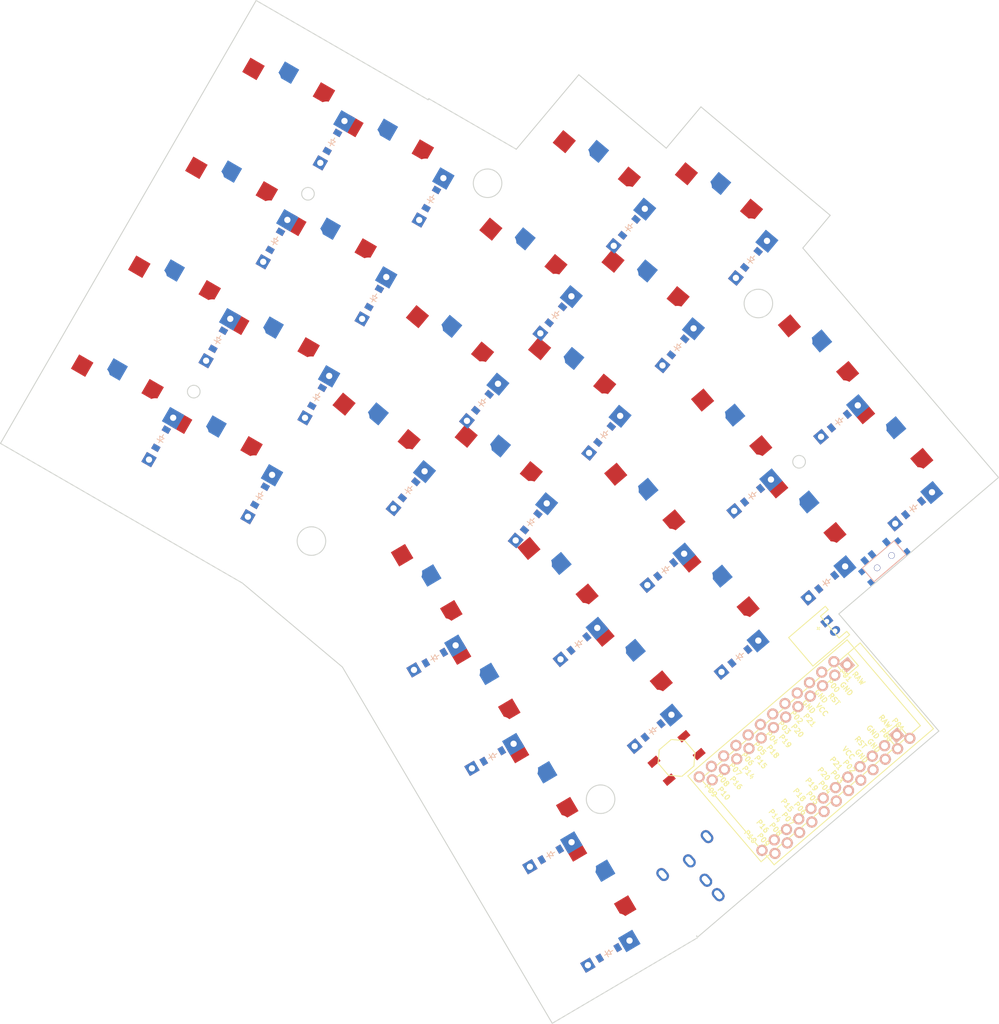
<source format=kicad_pcb>
(kicad_pcb (version 20211014) (generator pcbnew)
  (title_block (title "main") (rev "v1.0.0") (company "Unknown"))
  (layers (0 "F.Cu" signal) (31 "B.Cu" signal) (34 "B.Paste" user) (35 "F.Paste" user) (36 "B.SilkS" user "B.Silkscreen") (37 "F.SilkS" user "F.Silkscreen") (38 "B.Mask" user) (39 "F.Mask" user) (44 "Edge.Cuts" user))
  (net 0 "")
  (net 1 "outer_bottom")
  (net 2 "P1")
  (net 3 "P10")
  (net 4 "outer_home")
  (net 5 "P11")
  (net 6 "outer_top")
  (net 7 "P12")
  (net 8 "outer_num")
  (net 9 "P13")
  (net 10 "pinky_bottom")
  (net 11 "P2")
  (net 12 "pinky_home")
  (net 13 "pinky_top")
  (net 14 "pinky_num")
  (net 15 "ring_bottom")
  (net 16 "P3")
  (net 17 "ring_home")
  (net 18 "ring_top")
  (net 19 "ring_num")
  (net 20 "middle_bottom")
  (net 21 "P4")
  (net 22 "middle_home")
  (net 23 "middle_top")
  (net 24 "middle_num")
  (net 25 "index_bottom")
  (net 26 "P5")
  (net 27 "index_home")
  (net 28 "index_top")
  (net 29 "index_num")
  (net 30 "inner_bottom")
  (net 31 "P6")
  (net 32 "inner_home")
  (net 33 "inner_top")
  (net 34 "inner_num")
  (net 35 "thumb_bottom")
  (net 36 "P7")
  (net 37 "thumb_home")
  (net 38 "thumb_top")
  (net 39 "thumb_num")
  (net 40 "RAW")
  (net 41 "GND")
  (net 42 "RST")
  (net 43 "VCC")
  (net 44 "P21")
  (net 45 "P20")
  (net 46 "P19")
  (net 47 "P18")
  (net 48 "P15")
  (net 49 "P14")
  (net 50 "P16")
  (net 51 "P0")
  (net 52 "P8")
  (net 53 "P9")
  (net 54 "RAWER")
  (footprint "E73:SPDT_C128955" (layer "F.Cu") (at 136.735107 32.503451 -139.5)
    (fp_text reference "T1" hide)
    (fp_text value "" hide)
  )
  (footprint "E73:SW_TACT_ALPS_SKQGABE010" (layer "F.Cu") (at 103.978097 63.439526 40.5)
    (fp_text reference "B1" hide)
    (fp_text value "" hide)
  )
  (footprint "PG1350" (layer "F.Cu") (at 89.095302 87.050612 -59.5)
    (fp_text reference "S25" hide)
    (fp_text value "" hide)
  )
  (footprint "PG1350" (layer "F.Cu") (at 97.890271 -6.643156 -40)
    (fp_text reference "S15" hide)
    (fp_text value "" hide)
  )
  (footprint "ComboDiode" (layer "F.Cu") (at 56.321624 -9.051915 60)
    (fp_text reference "D7" hide)
    (fp_text value "" hide)
  )
  (footprint "PG1350" (layer "F.Cu") (at 96.915539 27.454491 -49.5)
    (fp_text reference "S18" hide)
    (fp_text value "" hide)
  )
  (footprint "ComboDiode" (layer "F.Cu") (at 49.733167 -33.640372 60)
    (fp_text reference "D4" hide)
    (fp_text value "" hide)
  )
  (footprint "ComboDiode" (layer "F.Cu") (at 113.96355 47.415147 40.5)
    (fp_text reference "D22" hide)
    (fp_text value "" hide)
  )
  (footprint "ComboDiode" (layer "F.Cu") (at 84.957643 -6.398958 50)
    (fp_text reference "D11" hide)
    (fp_text value "" hide)
  )
  (footprint "PG1350" (layer "F.Cu") (at 110.602846 15.764426 -49.5)
    (fp_text reference "S19" hide)
    (fp_text value "" hide)
  )
  (footprint "ComboDiode" (layer "F.Cu") (at 65.321624 -24.640372 60)
    (fp_text reference "D8" hide)
    (fp_text value "" hide)
  )
  (footprint "PG1350" (layer "F.Cu") (at 124.290154 4.074361 -49.5)
    (fp_text reference "S20" hide)
    (fp_text value "" hide)
  )
  (footprint "ComboDiode" (layer "F.Cu") (at 129.6481 10.34771 40.5)
    (fp_text reference "D20" hide)
    (fp_text value "" hide)
  )
  (footprint "ComboDiode" (layer "F.Cu") (at 61.817289 21.178642 50)
    (fp_text reference "D9" hide)
    (fp_text value "" hide)
  )
  (footprint "PG1350" (layer "F.Cu") (at 61.688231 40.522638 -59.5)
    (fp_text reference "S28" hide)
    (fp_text value "" hide)
  )
  (footprint "PG1350" (layer "F.Cu") (at 58.176915 -28.765372 -30)
    (fp_text reference "S8" hide)
    (fp_text value "" hide)
  )
  (footprint "ComboDiode" (layer "F.Cu") (at 65.875422 47.631078 30.5)
    (fp_text reference "D28" hide)
    (fp_text value "" hide)
  )
  (footprint "ComboDiode" (layer "F.Cu") (at 104.210138 -1.340159 50)
    (fp_text reference "D15" hide)
    (fp_text value "" hide)
  )
  (footprint "ProMicro" (layer "F.Cu") (at 125.17192 63.618 -139.5)
    (fp_text reference "MCU1" hide)
    (fp_text value "" hide)
  )
  (footprint "PG1350" (layer "F.Cu") (at 40.176915 2.411543 -30)
    (fp_text reference "S6" hide)
    (fp_text value "" hide)
  )
  (footprint "PG1350" (layer "F.Cu") (at 79.959612 71.541288 -59.5)
    (fp_text reference "S26" hide)
    (fp_text value "" hide)
  )
  (footprint "ComboDiode" (layer "F.Cu") (at 73.387466 7.389842 50)
    (fp_text reference "D10" hide)
    (fp_text value "" hide)
  )
  (footprint "PG1350" (layer "F.Cu") (at 31.176915 18 -30)
    (fp_text reference "S5" hide)
    (fp_text value "" hide)
  )
  (footprint "ComboDiode" (layer "F.Cu") (at 81.069784 26.237441 50)
    (fp_text reference "D13" hide)
    (fp_text value "" hide)
  )
  (footprint "ComboDiode" (layer "F.Cu") (at 47.321624 6.536543 60)
    (fp_text reference "D6" hide)
    (fp_text value "" hide)
  )
  (footprint "PG1350" (layer "F.Cu") (at 42.588457 -37.765372 -30)
    (fp_text reference "S4" hide)
    (fp_text value "" hide)
  )
  (footprint "ComboDiode" (layer "F.Cu") (at 88.586178 45.417905 40.5)
    (fp_text reference "D17" hide)
    (fp_text value "" hide)
  )
  (footprint "ComboDiode" (layer "F.Cu") (at 84.146803 78.649728 30.5)
    (fp_text reference "D26" hide)
    (fp_text value "" hide)
  )
  (footprint "PG1350" (layer "F.Cu") (at 33.588457 -22.176915 -30)
    (fp_text reference "S3" hide)
    (fp_text value "" hide)
  )
  (footprint "PG1350" (layer "F.Cu") (at 78.637777 -11.701956 -40)
    (fp_text reference "S11" hide)
    (fp_text value "" hide)
  )
  (footprint "ComboDiode" (layer "F.Cu") (at 31.733167 -2.463457 60)
    (fp_text reference "D2" hide)
    (fp_text value "" hide)
  )
  (footprint "ProMicro" (layer "F.Cu") (at 123.117351 63.13712 -139.5)
    (fp_text reference "MCU2" hide)
    (fp_text value "" hide)
  )
  (footprint "PG1350" (layer "F.Cu") (at 109.460448 -20.431956 -40)
    (fp_text reference "S16" hide)
    (fp_text value "" hide)
  )
  (footprint "ComboDiode" (layer "F.Cu") (at 100.276243 59.105212 40.5)
    (fp_text reference "D21" hide)
    (fp_text value "" hide)
  )
  (footprint "ComboDiode" (layer "F.Cu") (at 127.650858 35.725083 40.5)
    (fp_text reference "D23" hide)
    (fp_text value "" hide)
  )
  (footprint "PG1350" (layer "F.Cu") (at 15.588457 9 -30)
    (fp_text reference "S1" hide)
    (fp_text value "" hide)
  )
  (footprint "ComboDiode" (layer "F.Cu") (at 141.338165 24.035018 40.5)
    (fp_text reference "D24" hide)
    (fp_text value "" hide)
  )
  (footprint "ComboDiode" (layer "F.Cu") (at 38.321624 22.125 60)
    (fp_text reference "D5" hide)
    (fp_text value "" hide)
  )
  (footprint "ComboDiode" (layer "F.Cu") (at 92.639961 12.448641 50)
    (fp_text reference "D14" hide)
    (fp_text value "" hide)
  )
  (footprint "PG1350" (layer "F.Cu") (at 67.0676 2.086844 -40)
    (fp_text reference "S10" hide)
    (fp_text value "" hide)
  )
  (footprint "TRRS-PJ-320A-dual" (layer "F.Cu") (at 112.623779 87.420241 -139.5)
    (fp_text reference "REF**")
    (fp_text value "TRRS-PJ-320A-dual")
  )
  (footprint "ComboDiode" (layer "F.Cu") (at 40.733167 -18.051915 60)
    (fp_text reference "D3" hide)
    (fp_text value "" hide)
  )
  (footprint "PG1350" (layer "F.Cu") (at 94.918296 52.831863 -49.5)
    (fp_text reference "S21" hide)
    (fp_text value "" hide)
  )
  (footprint "ComboDiode" (layer "F.Cu") (at 93.282494 94.159053 30.5)
    (fp_text reference "D25" hide)
    (fp_text value "" hide)
  )
  (footprint "PG1350" (layer "F.Cu") (at 24.588457 -6.588457 -30)
    (fp_text reference "S2" hide)
    (fp_text value "" hide)
  )
  (footprint "ComboDiode" (layer "F.Cu") (at 115.960793 22.037775 40.5)
    (fp_text reference "D19" hide)
    (fp_text value "" hide)
  )
  (footprint "PG1350" (layer "F.Cu") (at 135.980219 17.761669 -49.5)
    (fp_text reference "S24" hide)
    (fp_text value "" hide)
  )
  (footprint "PG1350" (layer "F.Cu") (at 90.207954 -25.490756 -40)
    (fp_text reference "S12" hide)
    (fp_text value "" hide)
  )
  (footprint "PG1350" (layer "F.Cu") (at 108.605604 41.141798 -49.5)
    (fp_text reference "S22" hide)
    (fp_text value "" hide)
  )
  (footprint "ComboDiode" (layer "F.Cu") (at 22.733167 13.125 60)
    (fp_text reference "D1" hide)
    (fp_text value "" hide)
  )
  (footprint "PG1350" (layer "F.Cu") (at 83.228232 39.144556 -49.5)
    (fp_text reference "S17" hide)
    (fp_text value "" hide)
  )
  (footprint "ComboDiode" (layer "F.Cu") (at 102.273485 33.72784 40.5)
    (fp_text reference "D18" hide)
    (fp_text value "" hide)
  )
  (footprint "PG1350" (layer "F.Cu") (at 55.497423 15.875644 -40)
    (fp_text reference "S9" hide)
    (fp_text value "" hide)
  )
  (footprint "PG1350" (layer "F.Cu") (at 70.823921 56.031963 -59.5)
    (fp_text reference "S27" hide)
    (fp_text value "" hide)
  )
  (footprint "PG1350" (layer "F.Cu") (at 74.749917 20.934444 -40)
    (fp_text reference "S13" hide)
    (fp_text value "" hide)
  )
  (footprint "ComboDiode" (layer "F.Cu") (at 75.011113 63.140403 30.5)
    (fp_text reference "D27" hide)
    (fp_text value "" hide)
  )
  (footprint "PG1350" (layer "F.Cu") (at 122.292911 29.451733 -49.5)
    (fp_text reference "S23" hide)
    (fp_text value "" hide)
  )
  (footprint "ComboDiode" (layer "F.Cu") (at 96.52782 -20.187758 50)
    (fp_text reference "D12" hide)
    (fp_text value "" hide)
  )
  (footprint "JST_PH_S2B-PH-K_02x2.00mm_Angled" (layer "F.Cu") (at 128.311087 42.657189 -49.5)
    (fp_text reference "JST1" hide)
    (fp_text value "" hide)
  )
  (footprint "PG1350" (layer "F.Cu") (at 49.176915 -13.176915 -30)
    (fp_text reference "S7" hide)
    (fp_text value "" hide)
  )
  (footprint "PG1350" (layer "F.Cu") (at 86.320094 7.145644 -40)
    (fp_text reference "S14" hide)
    (fp_text value "" hide)
  )
  (footprint "ComboDiode" (layer "F.Cu") (at 115.780315 -15.128959 50)
    (fp_text reference "D16" hide)
    (fp_text value "" hide)
  )
  (gr_line (start 146.108826 9.111021) (end 123.875856 -16.920443) (layer "Edge.Cuts") (width 0.15))
  (gr_circle (center 116.875301 -8.178798) (end 119.125301 -8.178798) (layer "Edge.Cuts") (width 0.15) (fill none))
  (gr_line (start 145.320527 59.197941) (end 129.555543 40.739517) (layer "Edge.Cuts") (width 0.15))
  (gr_line (start 78.721244 -32.492555) (end 64.926915 -40.456715) (layer "Edge.Cuts") (width 0.15))
  (gr_line (start 78.721244 -32.492555) (end 88.568638 -44.228222) (layer "Edge.Cuts") (width 0.15))
  (gr_line (start 107.146123 91.48991) (end 107.300229 91.670344) (layer "Edge.Cuts") (width 0.15))
  (gr_line (start 102.357438 -32.658045) (end 107.821132 -39.169423) (layer "Edge.Cuts") (width 0.15))
  (gr_line (start 129.555543 40.739517) (end 154.731277 19.237409) (layer "Edge.Cuts") (width 0.15))
  (gr_circle (center 92.006799 69.941238) (end 94.256799 69.941238) (layer "Edge.Cuts") (width 0.15) (fill none))
  (gr_circle (center 27.882686 5.705771) (end 28.882686 5.705771) (layer "Edge.Cuts") (width 0.15) (fill none))
  (gr_line (start 107.300229 91.670344) (end 145.320527 59.197941) (layer "Edge.Cuts") (width 0.15))
  (gr_line (start 35.539817 35.87644) (end 51.310444 49.109567) (layer "Edge.Cuts") (width 0.15))
  (gr_line (start 84.385895 105.260541) (end 107.30523 91.76002) (layer "Edge.Cuts") (width 0.15))
  (gr_circle (center 46.432573 29.261319) (end 48.682573 29.261319) (layer "Edge.Cuts") (width 0.15) (fill none))
  (gr_line (start 88.568638 -44.228222) (end 102.357438 -32.658045) (layer "Edge.Cuts") (width 0.15))
  (gr_line (start -2.579681 13.868138) (end 37.720319 -55.93351) (layer "Edge.Cuts") (width 0.15))
  (gr_line (start 107.146123 91.48991) (end 107.30523 91.76002) (layer "Edge.Cuts") (width 0.15))
  (gr_line (start 123.875856 -16.920443) (end 128.197915 -22.071272) (layer "Edge.Cuts") (width 0.15))
  (gr_line (start 64.926915 -40.456715) (end 64.826915 -40.28351) (layer "Edge.Cuts") (width 0.15))
  (gr_circle (center 74.192434 -27.128064) (end 76.442434 -27.128064) (layer "Edge.Cuts") (width 0.15) (fill none))
  (gr_circle (center 45.882686 -25.471143) (end 46.882686 -25.471143) (layer "Edge.Cuts") (width 0.15) (fill none))
  (gr_line (start 146.093618 9.12401) (end 154.731277 19.237409) (layer "Edge.Cuts") (width 0.15))
  (gr_circle (center 123.291532 16.763047) (end 124.291532 16.763047) (layer "Edge.Cuts") (width 0.15) (fill none))
  (gr_line (start 107.821132 -39.169423) (end 128.197915 -22.071272) (layer "Edge.Cuts") (width 0.15))
  (gr_line (start 37.720319 -55.93351) (end 64.826915 -40.28351) (layer "Edge.Cuts") (width 0.15))
  (gr_line (start 51.310444 49.109567) (end 84.385895 105.260541) (layer "Edge.Cuts") (width 0.15))
  (gr_line (start -2.579681 13.868138) (end 35.539817 35.87644) (layer "Edge.Cuts") (width 0.15))
  (gr_line (start 146.093618 9.12401) (end 146.108826 9.111021) (layer "Edge.Cuts") (width 0.15))
)
</source>
